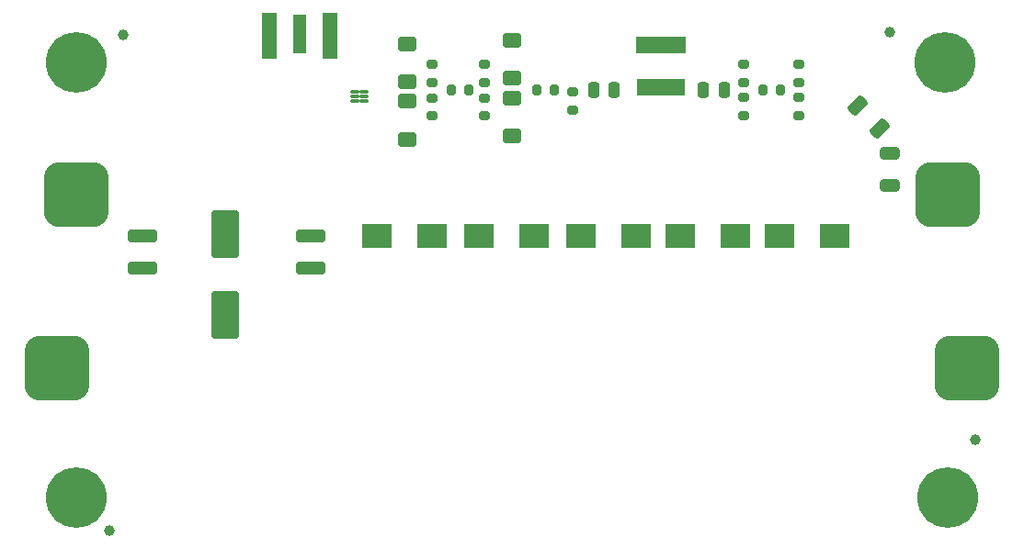
<source format=gbr>
%TF.GenerationSoftware,KiCad,Pcbnew,8.0.5*%
%TF.CreationDate,2024-11-14T08:39:16+01:00*%
%TF.ProjectId,LISN_5u,4c49534e-5f35-4752-9e6b-696361645f70,rev?*%
%TF.SameCoordinates,Original*%
%TF.FileFunction,Soldermask,Top*%
%TF.FilePolarity,Negative*%
%FSLAX46Y46*%
G04 Gerber Fmt 4.6, Leading zero omitted, Abs format (unit mm)*
G04 Created by KiCad (PCBNEW 8.0.5) date 2024-11-14 08:39:16*
%MOMM*%
%LPD*%
G01*
G04 APERTURE LIST*
G04 Aperture macros list*
%AMRoundRect*
0 Rectangle with rounded corners*
0 $1 Rounding radius*
0 $2 $3 $4 $5 $6 $7 $8 $9 X,Y pos of 4 corners*
0 Add a 4 corners polygon primitive as box body*
4,1,4,$2,$3,$4,$5,$6,$7,$8,$9,$2,$3,0*
0 Add four circle primitives for the rounded corners*
1,1,$1+$1,$2,$3*
1,1,$1+$1,$4,$5*
1,1,$1+$1,$6,$7*
1,1,$1+$1,$8,$9*
0 Add four rect primitives between the rounded corners*
20,1,$1+$1,$2,$3,$4,$5,0*
20,1,$1+$1,$4,$5,$6,$7,0*
20,1,$1+$1,$6,$7,$8,$9,0*
20,1,$1+$1,$8,$9,$2,$3,0*%
G04 Aperture macros list end*
%ADD10C,3.600000*%
%ADD11C,5.600000*%
%ADD12RoundRect,0.250000X-1.100000X0.325000X-1.100000X-0.325000X1.100000X-0.325000X1.100000X0.325000X0*%
%ADD13RoundRect,0.200000X-0.275000X0.200000X-0.275000X-0.200000X0.275000X-0.200000X0.275000X0.200000X0*%
%ADD14C,1.000000*%
%ADD15RoundRect,0.250000X-0.600000X0.400000X-0.600000X-0.400000X0.600000X-0.400000X0.600000X0.400000X0*%
%ADD16RoundRect,0.250000X-0.689429X-0.229810X-0.229810X-0.689429X0.689429X0.229810X0.229810X0.689429X0*%
%ADD17R,2.700000X2.200000*%
%ADD18RoundRect,0.200000X-0.200000X-0.275000X0.200000X-0.275000X0.200000X0.275000X-0.200000X0.275000X0*%
%ADD19RoundRect,1.500000X-1.500000X-1.500000X1.500000X-1.500000X1.500000X1.500000X-1.500000X1.500000X0*%
%ADD20RoundRect,0.250000X-0.650000X0.325000X-0.650000X-0.325000X0.650000X-0.325000X0.650000X0.325000X0*%
%ADD21RoundRect,0.250000X-0.250000X-0.475000X0.250000X-0.475000X0.250000X0.475000X-0.250000X0.475000X0*%
%ADD22RoundRect,0.050000X-0.337500X0.100000X-0.337500X-0.100000X0.337500X-0.100000X0.337500X0.100000X0*%
%ADD23RoundRect,0.250000X-1.000000X1.950000X-1.000000X-1.950000X1.000000X-1.950000X1.000000X1.950000X0*%
%ADD24R,4.500000X1.550000*%
%ADD25R,4.550000X1.550000*%
%ADD26R,1.270000X3.600000*%
%ADD27R,1.350000X4.200000*%
G04 APERTURE END LIST*
D10*
%TO.C,H104*%
X74634000Y-113792000D03*
D11*
X74634000Y-113792000D03*
%TD*%
D10*
%TO.C,H103*%
X154898000Y-113792000D03*
D11*
X154898000Y-113792000D03*
%TD*%
D10*
%TO.C,H102*%
X154644000Y-73660000D03*
D11*
X154644000Y-73660000D03*
%TD*%
D10*
%TO.C,H101*%
X74634000Y-73660000D03*
D11*
X74634000Y-73660000D03*
%TD*%
D12*
%TO.C,C106*%
X96266000Y-89711000D03*
X96266000Y-92661000D03*
%TD*%
D13*
%TO.C,R111*%
X136144000Y-76899000D03*
X136144000Y-78549000D03*
%TD*%
%TO.C,R108*%
X107442000Y-76962000D03*
X107442000Y-78612000D03*
%TD*%
D14*
%TO.C,FID103*%
X149564000Y-70866000D03*
%TD*%
D15*
%TO.C,D102*%
X114808000Y-71628000D03*
X114808000Y-75128000D03*
%TD*%
D16*
%TO.C,C103*%
X146584983Y-77652983D03*
X148670949Y-79738949D03*
%TD*%
D17*
%TO.C,L106*%
X139426000Y-89662000D03*
X144526000Y-89662000D03*
%TD*%
D18*
%TO.C,R106*%
X117031000Y-76200000D03*
X118681000Y-76200000D03*
%TD*%
D19*
%TO.C,X104*%
X72856000Y-101854000D03*
%TD*%
D13*
%TO.C,R101*%
X107442000Y-73851000D03*
X107442000Y-75501000D03*
%TD*%
%TO.C,R102*%
X112268000Y-73851000D03*
X112268000Y-75501000D03*
%TD*%
D18*
%TO.C,R105*%
X109157000Y-76200000D03*
X110807000Y-76200000D03*
%TD*%
D14*
%TO.C,FID102*%
X157438000Y-108458000D03*
%TD*%
%TO.C,FID104*%
X78952000Y-71120000D03*
%TD*%
D18*
%TO.C,R107*%
X137859000Y-76200000D03*
X139509000Y-76200000D03*
%TD*%
D17*
%TO.C,L103*%
X111740000Y-89662000D03*
X116840000Y-89662000D03*
%TD*%
%TO.C,L104*%
X121138000Y-89662000D03*
X126238000Y-89662000D03*
%TD*%
D19*
%TO.C,X102*%
X74634000Y-85852000D03*
%TD*%
D12*
%TO.C,C105*%
X80772000Y-89711000D03*
X80772000Y-92661000D03*
%TD*%
D15*
%TO.C,D104*%
X114808000Y-76962000D03*
X114808000Y-80462000D03*
%TD*%
D20*
%TO.C,C104*%
X149606000Y-82042000D03*
X149606000Y-84992000D03*
%TD*%
D15*
%TO.C,D103*%
X105156000Y-77244000D03*
X105156000Y-80744000D03*
%TD*%
D17*
%TO.C,L102*%
X102342000Y-89662000D03*
X107442000Y-89662000D03*
%TD*%
D21*
%TO.C,C101*%
X122306001Y-76200000D03*
X124206001Y-76200000D03*
%TD*%
D22*
%TO.C,D105*%
X100288000Y-76416000D03*
X100288000Y-76816000D03*
X100288000Y-77216000D03*
X101163000Y-77216000D03*
X101163000Y-76816000D03*
X101163000Y-76416000D03*
%TD*%
D17*
%TO.C,L105*%
X130282000Y-89662000D03*
X135382000Y-89662000D03*
%TD*%
D19*
%TO.C,X105*%
X156676000Y-101854000D03*
%TD*%
D13*
%TO.C,R109*%
X112268000Y-76962000D03*
X112268000Y-78612000D03*
%TD*%
D14*
%TO.C,FID101*%
X77682000Y-116840000D03*
%TD*%
D13*
%TO.C,R103*%
X136144000Y-73851000D03*
X136144000Y-75501000D03*
%TD*%
D21*
%TO.C,C102*%
X132400000Y-76200000D03*
X134300000Y-76200000D03*
%TD*%
D23*
%TO.C,C107*%
X88350000Y-89518000D03*
X88350000Y-96918000D03*
%TD*%
D15*
%TO.C,D101*%
X105156000Y-71938000D03*
X105156000Y-75438000D03*
%TD*%
D24*
%TO.C,L101*%
X128524000Y-75945999D03*
D25*
X128524000Y-72095999D03*
%TD*%
D13*
%TO.C,R112*%
X141224000Y-76899000D03*
X141224000Y-78549000D03*
%TD*%
%TO.C,R104*%
X141224000Y-73851000D03*
X141224000Y-75501000D03*
%TD*%
D26*
%TO.C,X101*%
X95208000Y-71010500D03*
D27*
X98033000Y-71210500D03*
X92383000Y-71210500D03*
%TD*%
D19*
%TO.C,X103*%
X154898000Y-85852000D03*
%TD*%
D13*
%TO.C,R110*%
X120396000Y-76391000D03*
X120396000Y-78041000D03*
%TD*%
M02*

</source>
